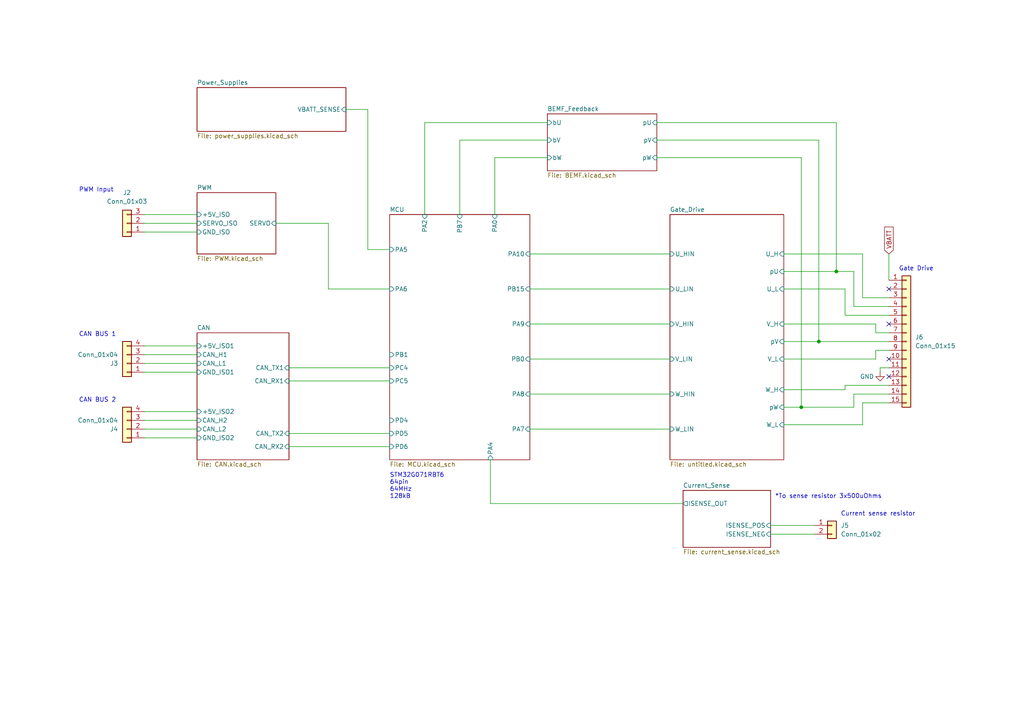
<source format=kicad_sch>
(kicad_sch (version 20211123) (generator eeschema)
  (paper "A4")
  (lib_symbols
    (symbol "Connector_Generic:Conn_01x02" (pin_names (offset 1.016) hide)
      (property "Reference" "J" (at 0 2.54 0))
      (property "Value" "Conn_01x02" (at 0 -5.08 0))
      (symbol "Conn_01x02_1_1"
        (rectangle (start -1.27 -2.413) (end 0 -2.667) (stroke (width 0.1524)))
        (rectangle (start -1.27 0.127) (end 0 -0.127) (stroke (width 0.1524)))
        (rectangle (start -1.27 1.27) (end 1.27 -3.81) (stroke (width 0.254)) (fill (type background)))
        (pin passive line (at -5.08 0 0) (length 3.81) (name "Pin_1") (number "1"))
        (pin passive line (at -5.08 -2.54 0) (length 3.81) (name "Pin_2") (number "2"))
      )
    )
    (symbol "Connector_Generic:Conn_01x03" (pin_names (offset 1.016) hide)
      (property "Reference" "J" (at 0 5.08 0))
      (property "Value" "Conn_01x03" (at 0 -5.08 0))
      (symbol "Conn_01x03_1_1"
        (rectangle (start -1.27 -2.413) (end 0 -2.667) (stroke (width 0.1524)))
        (rectangle (start -1.27 0.127) (end 0 -0.127) (stroke (width 0.1524)))
        (rectangle (start -1.27 2.667) (end 0 2.413) (stroke (width 0.1524)))
        (rectangle (start -1.27 3.81) (end 1.27 -3.81) (stroke (width 0.254)) (fill (type background)))
        (pin passive line (at -5.08 2.54 0) (length 3.81) (name "Pin_1") (number "1"))
        (pin passive line (at -5.08 0 0) (length 3.81) (name "Pin_2") (number "2"))
        (pin passive line (at -5.08 -2.54 0) (length 3.81) (name "Pin_3") (number "3"))
      )
    )
    (symbol "Connector_Generic:Conn_01x04" (pin_names (offset 1.016) hide)
      (property "Reference" "J" (at 0 5.08 0))
      (property "Value" "Conn_01x04" (at 0 -7.62 0))
      (symbol "Conn_01x04_1_1"
        (rectangle (start -1.27 -4.953) (end 0 -5.207) (stroke (width 0.1524)))
        (rectangle (start -1.27 -2.413) (end 0 -2.667) (stroke (width 0.1524)))
        (rectangle (start -1.27 0.127) (end 0 -0.127) (stroke (width 0.1524)))
        (rectangle (start -1.27 2.667) (end 0 2.413) (stroke (width 0.1524)))
        (rectangle (start -1.27 3.81) (end 1.27 -6.35) (stroke (width 0.254)) (fill (type background)))
        (pin passive line (at -5.08 2.54 0) (length 3.81) (name "Pin_1") (number "1"))
        (pin passive line (at -5.08 0 0) (length 3.81) (name "Pin_2") (number "2"))
        (pin passive line (at -5.08 -2.54 0) (length 3.81) (name "Pin_3") (number "3"))
        (pin passive line (at -5.08 -5.08 0) (length 3.81) (name "Pin_4") (number "4"))
      )
    )
    (symbol "Connector_Generic:Conn_01x15" (pin_names (offset 1.016) hide)
      (property "Reference" "J" (at 0 20.32 0))
      (property "Value" "Conn_01x15" (at 0 -20.32 0))
      (symbol "Conn_01x15_1_1"
        (rectangle (start -1.27 -17.653) (end 0 -17.907) (stroke (width 0.1524)))
        (rectangle (start -1.27 -15.113) (end 0 -15.367) (stroke (width 0.1524)))
        (rectangle (start -1.27 -12.573) (end 0 -12.827) (stroke (width 0.1524)))
        (rectangle (start -1.27 -10.033) (end 0 -10.287) (stroke (width 0.1524)))
        (rectangle (start -1.27 -7.493) (end 0 -7.747) (stroke (width 0.1524)))
        (rectangle (start -1.27 -4.953) (end 0 -5.207) (stroke (width 0.1524)))
        (rectangle (start -1.27 -2.413) (end 0 -2.667) (stroke (width 0.1524)))
        (rectangle (start -1.27 0.127) (end 0 -0.127) (stroke (width 0.1524)))
        (rectangle (start -1.27 2.667) (end 0 2.413) (stroke (width 0.1524)))
        (rectangle (start -1.27 5.207) (end 0 4.953) (stroke (width 0.1524)))
        (rectangle (start -1.27 7.747) (end 0 7.493) (stroke (width 0.1524)))
        (rectangle (start -1.27 10.287) (end 0 10.033) (stroke (width 0.1524)))
        (rectangle (start -1.27 12.827) (end 0 12.573) (stroke (width 0.1524)))
        (rectangle (start -1.27 15.367) (end 0 15.113) (stroke (width 0.1524)))
        (rectangle (start -1.27 17.907) (end 0 17.653) (stroke (width 0.1524)))
        (rectangle (start -1.27 19.05) (end 1.27 -19.05) (stroke (width 0.254)) (fill (type background)))
        (pin passive line (at -5.08 17.78 0) (length 3.81) (name "Pin_1") (number "1"))
        (pin passive line (at -5.08 -5.08 0) (length 3.81) (name "Pin_10") (number "10"))
        (pin passive line (at -5.08 -7.62 0) (length 3.81) (name "Pin_11") (number "11"))
        (pin passive line (at -5.08 -10.16 0) (length 3.81) (name "Pin_12") (number "12"))
        (pin passive line (at -5.08 -12.7 0) (length 3.81) (name "Pin_13") (number "13"))
        (pin passive line (at -5.08 -15.24 0) (length 3.81) (name "Pin_14") (number "14"))
        (pin passive line (at -5.08 -17.78 0) (length 3.81) (name "Pin_15") (number "15"))
        (pin passive line (at -5.08 15.24 0) (length 3.81) (name "Pin_2") (number "2"))
        (pin passive line (at -5.08 12.7 0) (length 3.81) (name "Pin_3") (number "3"))
        (pin passive line (at -5.08 10.16 0) (length 3.81) (name "Pin_4") (number "4"))
        (pin passive line (at -5.08 7.62 0) (length 3.81) (name "Pin_5") (number "5"))
        (pin passive line (at -5.08 5.08 0) (length 3.81) (name "Pin_6") (number "6"))
        (pin passive line (at -5.08 2.54 0) (length 3.81) (name "Pin_7") (number "7"))
        (pin passive line (at -5.08 0 0) (length 3.81) (name "Pin_8") (number "8"))
        (pin passive line (at -5.08 -2.54 0) (length 3.81) (name "Pin_9") (number "9"))
      )
    )
    (symbol "power:GND" (power) (pin_names (offset 0))
      (property "Value" "GND" (at 0 -3.81 0))
      (symbol "GND_0_1"
        (polyline (pts (xy 0 0) (xy 0 -1.27) (xy 1.27 -1.27) (xy 0 -2.54) (xy -1.27 -1.27) (xy 0 -1.27)))
      )
      (symbol "GND_1_1"
        (pin power_in line (at 0 0 270) (length 0) hide (name "GND") (number "1"))
      )
    )
  )
  (junction (at 237.49 99.06))
  (junction (at 242.57 78.74))
  (junction (at 232.41 118.11))
  (no_connect (at 257.81 83.82))
  (no_connect (at 257.81 93.98))
  (no_connect (at 257.81 104.14))
  (no_connect (at 257.81 109.22))
  (wire (pts (xy 257.81 91.44) (xy 245.11 91.44)))
  (wire (pts (xy 133.35 40.64) (xy 133.35 62.23)))
  (wire (pts (xy 257.81 73.66) (xy 257.81 81.28)))
  (wire (pts (xy 227.33 99.06) (xy 237.49 99.06)))
  (wire (pts (xy 41.91 102.87) (xy 57.15 102.87)))
  (wire (pts (xy 83.82 110.49) (xy 113.03 110.49)))
  (wire (pts (xy 223.52 154.94) (xy 236.22 154.94)))
  (wire (pts (xy 41.91 100.33) (xy 57.15 100.33)))
  (wire (pts (xy 106.68 72.39) (xy 113.03 72.39)))
  (wire (pts (xy 232.41 118.11) (xy 247.65 118.11)))
  (wire (pts (xy 41.91 67.31) (xy 57.15 67.31)))
  (wire (pts (xy 250.19 123.19) (xy 250.19 116.84)))
  (wire (pts (xy 41.91 64.77) (xy 57.15 64.77)))
  (wire (pts (xy 83.82 125.73) (xy 113.03 125.73)))
  (wire (pts (xy 95.25 64.77) (xy 95.25 83.82)))
  (wire (pts (xy 254 101.6) (xy 254 104.14)))
  (wire (pts (xy 41.91 119.38) (xy 57.15 119.38)))
  (wire (pts (xy 41.91 62.23) (xy 57.15 62.23)))
  (wire (pts (xy 190.5 35.56) (xy 242.57 35.56)))
  (wire (pts (xy 245.11 83.82) (xy 227.33 83.82)))
  (wire (pts (xy 242.57 78.74) (xy 227.33 78.74)))
  (wire (pts (xy 142.24 146.05) (xy 142.24 133.35)))
  (wire (pts (xy 245.11 83.82) (xy 245.11 91.44)))
  (wire (pts (xy 83.82 129.54) (xy 113.03 129.54)))
  (wire (pts (xy 257.81 101.6) (xy 254 101.6)))
  (wire (pts (xy 257.81 114.3) (xy 247.65 114.3)))
  (wire (pts (xy 250.19 116.84) (xy 257.81 116.84)))
  (wire (pts (xy 247.65 114.3) (xy 247.65 118.11)))
  (wire (pts (xy 153.67 104.14) (xy 194.31 104.14)))
  (wire (pts (xy 123.19 35.56) (xy 123.19 62.23)))
  (wire (pts (xy 190.5 40.64) (xy 237.49 40.64)))
  (wire (pts (xy 257.81 111.76) (xy 245.11 111.76)))
  (wire (pts (xy 250.19 73.66) (xy 227.33 73.66)))
  (wire (pts (xy 83.82 106.68) (xy 113.03 106.68)))
  (wire (pts (xy 245.11 111.76) (xy 245.11 113.03)))
  (wire (pts (xy 41.91 124.46) (xy 57.15 124.46)))
  (wire (pts (xy 158.75 45.72) (xy 143.51 45.72)))
  (wire (pts (xy 198.12 146.05) (xy 142.24 146.05)))
  (wire (pts (xy 143.51 45.72) (xy 143.51 62.23)))
  (wire (pts (xy 227.33 118.11) (xy 232.41 118.11)))
  (wire (pts (xy 41.91 107.95) (xy 57.15 107.95)))
  (wire (pts (xy 254 93.98) (xy 254 96.52)))
  (wire (pts (xy 257.81 106.68) (xy 255.27 106.68)))
  (wire (pts (xy 106.68 31.75) (xy 106.68 72.39)))
  (wire (pts (xy 190.5 45.72) (xy 232.41 45.72)))
  (wire (pts (xy 227.33 113.03) (xy 245.11 113.03)))
  (wire (pts (xy 100.33 31.75) (xy 106.68 31.75)))
  (wire (pts (xy 257.81 86.36) (xy 250.19 86.36)))
  (wire (pts (xy 223.52 152.4) (xy 236.22 152.4)))
  (wire (pts (xy 153.67 124.46) (xy 194.31 124.46)))
  (wire (pts (xy 232.41 45.72) (xy 232.41 118.11)))
  (wire (pts (xy 247.65 78.74) (xy 247.65 88.9)))
  (wire (pts (xy 158.75 35.56) (xy 123.19 35.56)))
  (wire (pts (xy 242.57 35.56) (xy 242.57 78.74)))
  (wire (pts (xy 153.67 93.98) (xy 194.31 93.98)))
  (wire (pts (xy 237.49 40.64) (xy 237.49 99.06)))
  (wire (pts (xy 153.67 73.66) (xy 194.31 73.66)))
  (wire (pts (xy 254 93.98) (xy 227.33 93.98)))
  (wire (pts (xy 255.27 106.68) (xy 255.27 107.95)))
  (wire (pts (xy 237.49 99.06) (xy 257.81 99.06)))
  (wire (pts (xy 227.33 104.14) (xy 254 104.14)))
  (wire (pts (xy 250.19 73.66) (xy 250.19 86.36)))
  (wire (pts (xy 247.65 78.74) (xy 242.57 78.74)))
  (wire (pts (xy 80.01 64.77) (xy 95.25 64.77)))
  (wire (pts (xy 257.81 88.9) (xy 247.65 88.9)))
  (wire (pts (xy 153.67 83.82) (xy 194.31 83.82)))
  (wire (pts (xy 41.91 121.92) (xy 57.15 121.92)))
  (wire (pts (xy 41.91 105.41) (xy 57.15 105.41)))
  (wire (pts (xy 227.33 123.19) (xy 250.19 123.19)))
  (wire (pts (xy 158.75 40.64) (xy 133.35 40.64)))
  (wire (pts (xy 95.25 83.82) (xy 113.03 83.82)))
  (wire (pts (xy 153.67 114.3) (xy 194.31 114.3)))
  (wire (pts (xy 257.81 96.52) (xy 254 96.52)))
  (wire (pts (xy 41.91 127) (xy 57.15 127)))
  (text "CAN BUS 1\n" (at 22.86 97.79 0) (effects (font (size 1.27 1.27)) (justify left bottom)))
  (text "PWM Input" (at 22.86 55.88 0) (effects (font (size 1.27 1.27)) (justify left bottom)))
  (text "Current sense resistor" (at 243.84 149.86 0) (effects (font (size 1.27 1.27)) (justify left bottom)))
  (text "*To sense resistor 3x500uOhms\n" (at 224.79 144.78 0) (effects (font (size 1.27 1.27)) (justify left bottom)))
  (text "Gate Drive " (at 271.78 78.74 180) (effects (font (size 1.27 1.27)) (justify right bottom)))
  (text "STM32G071RBT6 \n64pin\n64MHz\n128kB" (at 113.03 144.78 0) (effects (font (size 1.27 1.27)) (justify left bottom)))
  (text "CAN BUS 2\n" (at 22.86 116.84 0) (effects (font (size 1.27 1.27)) (justify left bottom)))
  (global_label "VBATT" (shape input) (at 257.81 73.66 90) (property "Intersheet References" "${INTERSHEET_REFS}" (effects hide)))
  (symbol (lib_id "Connector_Generic:Conn_01x02") (at 241.3 152.4 0) (unit 1)
    (property "Reference" "J5" (at 243.84 152.3999 0) (effects (justify left)))
    (property "Value" "Conn_01x02" (at 243.84 154.9399 0) (effects (justify left)))
    (property "Footprint" "Connector_Molex:Molex_PicoBlade_53261-0271_1x02-1MP_P1.25mm_Horizontal" (effects hide))
  )
  (symbol (lib_id "Connector_Generic:Conn_01x04") (at 36.83 105.41 180) (unit 1)
    (property "Reference" "J3" (at 34.29 105.4101 0) (effects (justify left)))
    (property "Value" "Conn_01x04" (at 34.29 102.8701 0) (effects (justify left)))
    (property "Footprint" "Connector_Molex:Molex_PicoBlade_53261-0471_1x04-1MP_P1.25mm_Horizontal" (effects hide))
  )
  (symbol (lib_id "Connector_Generic:Conn_01x04") (at 36.83 124.46 180) (unit 1)
    (property "Reference" "J4" (at 34.29 124.4601 0) (effects (justify left)))
    (property "Value" "Conn_01x04" (at 34.29 121.9201 0) (effects (justify left)))
    (property "Footprint" "Connector_Molex:Molex_PicoBlade_53261-0471_1x04-1MP_P1.25mm_Horizontal" (effects hide))
  )
  (symbol (lib_id "Connector_Generic:Conn_01x15") (at 262.89 99.06 0) (unit 1)
    (property "Reference" "J6" (at 265.43 97.7899 0) (effects (justify left)))
    (property "Value" "Conn_01x15" (at 265.43 100.3299 0) (effects (justify left)))
    (property "Footprint" "Connector_PinHeader_2.00mm:PinHeader_1x15_P2.00mm_Vertical" (effects hide))
  )
  (symbol (lib_id "power:GND") (at 255.27 107.95 0) (unit 1)
    (property "Reference" "#PWR0101" (effects hide))
    (property "Value" "GND" (at 251.46 109.22 0))
  )
  (symbol (lib_id "Connector_Generic:Conn_01x03") (at 36.83 64.77 180) (unit 1)
    (property "Reference" "J2" (at 36.83 55.88 0))
    (property "Value" "Conn_01x03" (at 36.83 58.42 0))
    (property "Footprint" "MAG_Connectors:PWM_PADS" (effects hide))
  )
  (sheet (at 194.31 62.23) (size 33.02 71.12) (stroke (width 0.1524))
    (property "Sheet name" "Gate_Drive" (at 194.31 61.5184 0) (effects (justify left bottom)))
    (property "Sheet file" "untitled.kicad_sch" (at 194.31 133.9346 0) (effects (justify left top)))
    (pin "W_HIN" input (at 194.31 114.3 180))
    (pin "W_LIN" input (at 194.31 124.46 180))
    (pin "U_LIN" input (at 194.31 83.82 180))
    (pin "U_HIN" input (at 194.31 73.66 180))
    (pin "V_LIN" input (at 194.31 104.14 180))
    (pin "V_HIN" input (at 194.31 93.98 180))
    (pin "U_H" input (at 227.33 73.66 0))
    (pin "pU" input (at 227.33 78.74 0))
    (pin "U_L" input (at 227.33 83.82 0))
    (pin "V_H" input (at 227.33 93.98 0))
    (pin "pV" input (at 227.33 99.06 0))
    (pin "W_H" input (at 227.33 113.03 0))
    (pin "W_L" input (at 227.33 123.19 0))
    (pin "pW" input (at 227.33 118.11 0))
    (pin "V_L" input (at 227.33 104.14 0))
  )
  (sheet (at 158.75 33.02) (size 31.75 16.51) (stroke (width 0.1524))
    (property "Sheet name" "BEMF_Feedback" (at 158.75 32.3084 0) (effects (justify left bottom)))
    (property "Sheet file" "BEMF.kicad_sch" (at 158.75 50.1146 0) (effects (justify left top)))
    (pin "pV" input (at 190.5 40.64 0))
    (pin "pU" input (at 190.5 35.56 0))
    (pin "pW" input (at 190.5 45.72 0))
    (pin "bV" input (at 158.75 40.64 180))
    (pin "bU" input (at 158.75 35.56 180))
    (pin "bW" input (at 158.75 45.72 180))
  )
  (sheet (at 57.15 55.88) (size 22.86 17.78) (stroke (width 0.1524))
    (property "Sheet name" "PWM" (at 57.15 55.1684 0) (effects (justify left bottom)))
    (property "Sheet file" "PWM.kicad_sch" (at 57.15 74.2446 0) (effects (justify left top)))
    (pin "GND_ISO" input (at 57.15 67.31 180))
    (pin "+5V_ISO" input (at 57.15 62.23 180))
    (pin "SERVO_ISO" input (at 57.15 64.77 180))
    (pin "SERVO" input (at 80.01 64.77 0))
  )
  (sheet (at 113.03 62.23) (size 40.64 71.12) (stroke (width 0.1524))
    (property "Sheet name" "MCU" (at 113.03 61.5184 0) (effects (justify left bottom)))
    (property "Sheet file" "MCU.kicad_sch" (at 113.03 133.9346 0) (effects (justify left top)))
    (pin "PA4" input (at 142.24 133.35 270))
    (pin "PA2" input (at 123.19 62.23 90))
    (pin "PA10" input (at 153.67 73.66 0))
    (pin "PA9" input (at 153.67 93.98 0))
    (pin "PA8" input (at 153.67 114.3 0))
    (pin "PB15" input (at 153.67 83.82 0))
    (pin "PB0" input (at 153.67 104.14 0))
    (pin "PA7" input (at 153.67 124.46 0))
    (pin "PA6" input (at 113.03 83.82 180))
    (pin "PA5" input (at 113.03 72.39 180))
    (pin "PB7" input (at 133.35 62.23 90))
    (pin "PA0" input (at 143.51 62.23 90))
    (pin "PC4" input (at 113.03 106.68 180))
    (pin "PC5" input (at 113.03 110.49 180))
    (pin "PD5" input (at 113.03 125.73 180))
    (pin "PD6" input (at 113.03 129.54 180))
    (pin "PB1" input (at 113.03 102.87 180))
    (pin "PD4" input (at 113.03 121.92 180))
  )
  (sheet (at 198.12 142.24) (size 25.4 16.51) (stroke (width 0.1524))
    (property "Sheet name" "Current_Sense" (at 198.12 141.5284 0) (effects (justify left bottom)))
    (property "Sheet file" "current_sense.kicad_sch" (at 198.12 159.3346 0) (effects (justify left top)))
    (pin "ISENSE_POS" input (at 223.52 152.4 0))
    (pin "ISENSE_NEG" input (at 223.52 154.94 0))
    (pin "ISENSE_OUT" output (at 198.12 146.05 180))
  )
  (sheet (at 57.15 96.52) (size 26.67 36.83) (stroke (width 0.1524))
    (property "Sheet name" "CAN" (at 57.15 95.8084 0) (effects (justify left bottom)))
    (property "Sheet file" "CAN.kicad_sch" (at 57.15 133.9346 0) (effects (justify left top)))
    (pin "CAN_H1" input (at 57.15 102.87 180))
    (pin "CAN_L1" input (at 57.15 105.41 180))
    (pin "CAN_L2" input (at 57.15 124.46 180))
    (pin "CAN_H2" input (at 57.15 121.92 180))
    (pin "CAN_TX1" input (at 83.82 106.68 0))
    (pin "CAN_RX1" input (at 83.82 110.49 0))
    (pin "CAN_TX2" input (at 83.82 125.73 0))
    (pin "CAN_RX2" input (at 83.82 129.54 0))
    (pin "GND_ISO2" input (at 57.15 127 180))
    (pin "+5V_ISO2" input (at 57.15 119.38 180))
    (pin "GND_ISO1" input (at 57.15 107.95 180))
    (pin "+5V_ISO1" input (at 57.15 100.33 180))
  )
  (sheet (at 57.15 25.4) (size 43.18 12.7) (stroke (width 0.1524))
    (property "Sheet name" "Power_Supplies" (at 57.15 24.6884 0) (effects (justify left bottom)))
    (property "Sheet file" "power_supplies.kicad_sch" (at 57.15 38.6846 0) (effects (justify left top)))
    (pin "VBATT_SENSE" input (at 100.33 31.75 0))
  )
)
</source>
